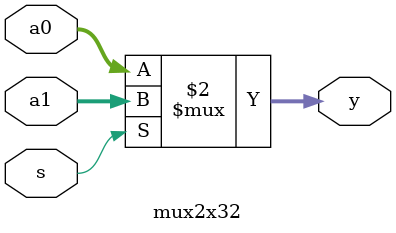
<source format=v>
`timescale 1ns / 1ps

module mux2x32 (a0,a1,s,y);
	input [31:0] a0,a1; // a0,a1: 32-bit
	input s; // s: 1-bit
	output [31:0] y; // y: 32-bit
	assign y = (s == 1) ? a1 : a0; // like C
endmodule

</source>
